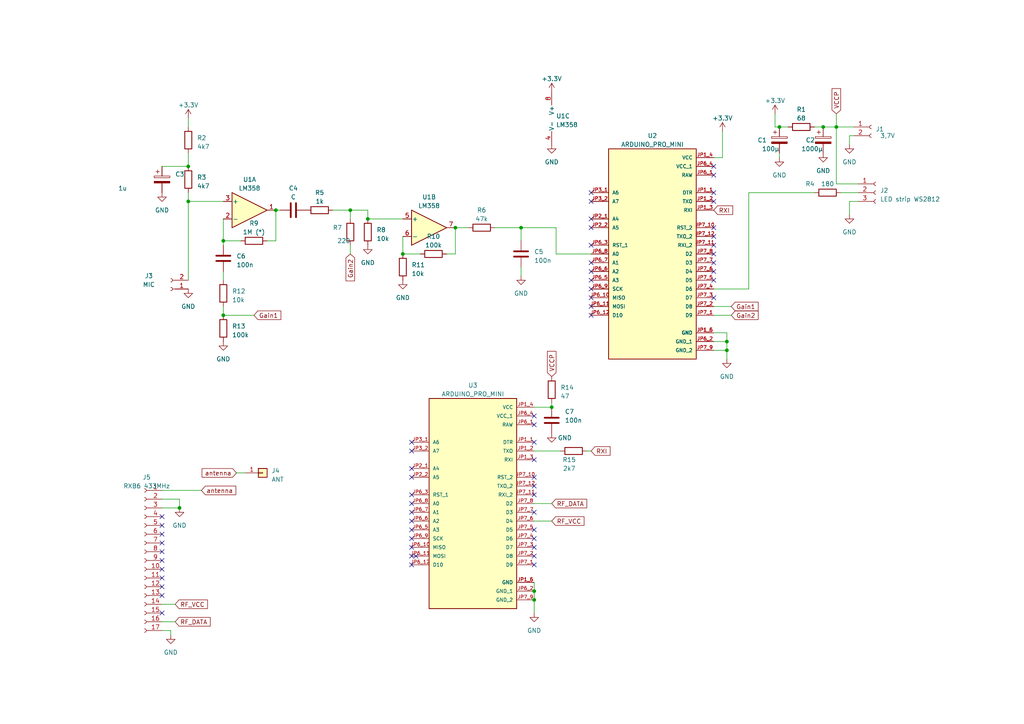
<source format=kicad_sch>
(kicad_sch (version 20230121) (generator eeschema)
  (paper "A4")
  (lib_symbols
    (symbol "ARDUINO_PRO_MINI:ARDUINO_PRO_MINI" (pin_names (offset 1.016))
      (property "Reference" "U" (at -12.7 31.75 0))
      (property "Value" "ARDUINO_PRO_MINI" (at -12.7 -33.02 0))
      (symbol "ARDUINO_PRO_MINI_0_0"
        (rectangle (start -12.7 -30.48) (end 12.7 30.48) (stroke (width 0.254)) (fill (type background)))
        (pin input line (at 17.78 17.78 180) (length 5.08) (name "DTR") (number "JP1_1"))
        (pin bidirectional line (at 17.78 15.24 180) (length 5.08) (name "TXO") (number "JP1_2"))
        (pin bidirectional line (at 17.78 12.7 180) (length 5.08) (name "RXI") (number "JP1_3"))
        (pin power_in line (at 17.78 27.94 180) (length 5.08) (name "VCC") (number "JP1_4"))
        (pin power_in line (at 17.78 -22.86 180) (length 5.08) (name "GND") (number "JP1_5"))
        (pin power_in line (at 17.78 -22.86 180) (length 5.08) (name "GND") (number "JP1_6"))
        (pin bidirectional line (at -17.78 10.16 0) (length 5.08) (name "A4") (number "JP2_1"))
        (pin bidirectional line (at -17.78 7.62 0) (length 5.08) (name "A5") (number "JP2_2"))
        (pin input line (at -17.78 17.78 0) (length 5.08) (name "A6") (number "JP3_1"))
        (pin input line (at -17.78 15.24 0) (length 5.08) (name "A7") (number "JP3_2"))
        (pin power_in line (at 17.78 22.86 180) (length 5.08) (name "RAW") (number "JP6_1"))
        (pin bidirectional line (at -17.78 -12.7 0) (length 5.08) (name "MISO") (number "JP6_10"))
        (pin bidirectional line (at -17.78 -15.24 0) (length 5.08) (name "MOSI") (number "JP6_11"))
        (pin bidirectional line (at -17.78 -17.78 0) (length 5.08) (name "D10") (number "JP6_12"))
        (pin power_in line (at 17.78 -25.4 180) (length 5.08) (name "GND_1") (number "JP6_2"))
        (pin input line (at -17.78 2.54 0) (length 5.08) (name "RST_1") (number "JP6_3"))
        (pin power_in line (at 17.78 25.4 180) (length 5.08) (name "VCC_1") (number "JP6_4"))
        (pin bidirectional line (at -17.78 -7.62 0) (length 5.08) (name "A3") (number "JP6_5"))
        (pin bidirectional line (at -17.78 -5.08 0) (length 5.08) (name "A2") (number "JP6_6"))
        (pin bidirectional line (at -17.78 -2.54 0) (length 5.08) (name "A1") (number "JP6_7"))
        (pin bidirectional line (at -17.78 0 0) (length 5.08) (name "A0") (number "JP6_8"))
        (pin bidirectional line (at -17.78 -10.16 0) (length 5.08) (name "SCK") (number "JP6_9"))
        (pin bidirectional line (at 17.78 -17.78 180) (length 5.08) (name "D9") (number "JP7_1"))
        (pin input line (at 17.78 7.62 180) (length 5.08) (name "RST_2") (number "JP7_10"))
        (pin bidirectional line (at 17.78 2.54 180) (length 5.08) (name "RXI_2") (number "JP7_11"))
        (pin bidirectional line (at 17.78 5.08 180) (length 5.08) (name "TXO_2") (number "JP7_12"))
        (pin bidirectional line (at 17.78 -15.24 180) (length 5.08) (name "D8") (number "JP7_2"))
        (pin bidirectional line (at 17.78 -12.7 180) (length 5.08) (name "D7") (number "JP7_3"))
        (pin bidirectional line (at 17.78 -10.16 180) (length 5.08) (name "D6") (number "JP7_4"))
        (pin bidirectional line (at 17.78 -7.62 180) (length 5.08) (name "D5") (number "JP7_5"))
        (pin bidirectional line (at 17.78 -5.08 180) (length 5.08) (name "D4") (number "JP7_6"))
        (pin bidirectional line (at 17.78 -2.54 180) (length 5.08) (name "D3") (number "JP7_7"))
        (pin bidirectional line (at 17.78 0 180) (length 5.08) (name "D2") (number "JP7_8"))
        (pin power_in line (at 17.78 -27.94 180) (length 5.08) (name "GND_2") (number "JP7_9"))
      )
    )
    (symbol "Amplifier_Operational:LM358" (pin_names (offset 0.127))
      (property "Reference" "U" (at 0 5.08 0))
      (property "Value" "LM358" (at 0 -5.08 0))
      (symbol "LM358_1_1"
        (polyline (pts (xy -5.08 5.08) (xy 5.08 0) (xy -5.08 -5.08) (xy -5.08 5.08)) (stroke (width 0.254)) (fill (type background)))
        (pin output line (at 7.62 0 180) (length 2.54) (name "~") (number "1"))
        (pin input line (at -7.62 -2.54 0) (length 2.54) (name "-") (number "2"))
        (pin input line (at -7.62 2.54 0) (length 2.54) (name "+") (number "3"))
      )
      (symbol "LM358_2_1"
        (polyline (pts (xy -5.08 5.08) (xy 5.08 0) (xy -5.08 -5.08) (xy -5.08 5.08)) (stroke (width 0.254)) (fill (type background)))
        (pin input line (at -7.62 2.54 0) (length 2.54) (name "+") (number "5"))
        (pin input line (at -7.62 -2.54 0) (length 2.54) (name "-") (number "6"))
        (pin output line (at 7.62 0 180) (length 2.54) (name "~") (number "7"))
      )
      (symbol "LM358_3_1"
        (pin power_in line (at -2.54 -7.62 90) (length 3.81) (name "V-") (number "4"))
        (pin power_in line (at -2.54 7.62 270) (length 3.81) (name "V+") (number "8"))
      )
    )
    (symbol "Connector:Conn_01x02_Socket" (pin_names (offset 1.016) hide)
      (property "Reference" "J" (at 0 2.54 0))
      (property "Value" "Conn_01x02_Socket" (at 0 -5.08 0))
      (symbol "Conn_01x02_Socket_1_1"
        (arc (start 0 -2.032) (mid -0.5058 -2.54) (end 0 -3.048) (stroke (width 0.1524)))
        (polyline (pts (xy -1.27 -2.54) (xy -0.508 -2.54)) (stroke (width 0.1524)))
        (polyline (pts (xy -1.27 0) (xy -0.508 0)) (stroke (width 0.1524)))
        (arc (start 0 0.508) (mid -0.5058 0) (end 0 -0.508) (stroke (width 0.1524)))
        (pin passive line (at -5.08 0 0) (length 3.81) (name "Pin_1") (number "1"))
        (pin passive line (at -5.08 -2.54 0) (length 3.81) (name "Pin_2") (number "2"))
      )
    )
    (symbol "Connector:Conn_01x03_Socket" (pin_names (offset 1.016) hide)
      (property "Reference" "J" (at 0 5.08 0))
      (property "Value" "Conn_01x03_Socket" (at 0 -5.08 0))
      (symbol "Conn_01x03_Socket_1_1"
        (arc (start 0 -2.032) (mid -0.5058 -2.54) (end 0 -3.048) (stroke (width 0.1524)))
        (polyline (pts (xy -1.27 -2.54) (xy -0.508 -2.54)) (stroke (width 0.1524)))
        (polyline (pts (xy -1.27 0) (xy -0.508 0)) (stroke (width 0.1524)))
        (polyline (pts (xy -1.27 2.54) (xy -0.508 2.54)) (stroke (width 0.1524)))
        (arc (start 0 0.508) (mid -0.5058 0) (end 0 -0.508) (stroke (width 0.1524)))
        (arc (start 0 3.048) (mid -0.5058 2.54) (end 0 2.032) (stroke (width 0.1524)))
        (pin passive line (at -5.08 2.54 0) (length 3.81) (name "Pin_1") (number "1"))
        (pin passive line (at -5.08 0 0) (length 3.81) (name "Pin_2") (number "2"))
        (pin passive line (at -5.08 -2.54 0) (length 3.81) (name "Pin_3") (number "3"))
      )
    )
    (symbol "Connector:Conn_01x17_Socket" (pin_names (offset 1.016) hide)
      (property "Reference" "J" (at 0 22.86 0))
      (property "Value" "Conn_01x17_Socket" (at 0 -22.86 0))
      (symbol "Conn_01x17_Socket_1_1"
        (arc (start 0 -19.812) (mid -0.5058 -20.32) (end 0 -20.828) (stroke (width 0.1524)))
        (arc (start 0 -17.272) (mid -0.5058 -17.78) (end 0 -18.288) (stroke (width 0.1524)))
        (arc (start 0 -14.732) (mid -0.5058 -15.24) (end 0 -15.748) (stroke (width 0.1524)))
        (arc (start 0 -12.192) (mid -0.5058 -12.7) (end 0 -13.208) (stroke (width 0.1524)))
        (arc (start 0 -9.652) (mid -0.5058 -10.16) (end 0 -10.668) (stroke (width 0.1524)))
        (arc (start 0 -7.112) (mid -0.5058 -7.62) (end 0 -8.128) (stroke (width 0.1524)))
        (arc (start 0 -4.572) (mid -0.5058 -5.08) (end 0 -5.588) (stroke (width 0.1524)))
        (arc (start 0 -2.032) (mid -0.5058 -2.54) (end 0 -3.048) (stroke (width 0.1524)))
        (polyline (pts (xy -1.27 -20.32) (xy -0.508 -20.32)) (stroke (width 0.1524)))
        (polyline (pts (xy -1.27 -17.78) (xy -0.508 -17.78)) (stroke (width 0.1524)))
        (polyline (pts (xy -1.27 -15.24) (xy -0.508 -15.24)) (stroke (width 0.1524)))
        (polyline (pts (xy -1.27 -12.7) (xy -0.508 -12.7)) (stroke (width 0.1524)))
        (polyline (pts (xy -1.27 -10.16) (xy -0.508 -10.16)) (stroke (width 0.1524)))
        (polyline (pts (xy -1.27 -7.62) (xy -0.508 -7.62)) (stroke (width 0.1524)))
        (polyline (pts (xy -1.27 -5.08) (xy -0.508 -5.08)) (stroke (width 0.1524)))
        (polyline (pts (xy -1.27 -2.54) (xy -0.508 -2.54)) (stroke (width 0.1524)))
        (polyline (pts (xy -1.27 0) (xy -0.508 0)) (stroke (width 0.1524)))
        (polyline (pts (xy -1.27 2.54) (xy -0.508 2.54)) (stroke (width 0.1524)))
        (polyline (pts (xy -1.27 5.08) (xy -0.508 5.08)) (stroke (width 0.1524)))
        (polyline (pts (xy -1.27 7.62) (xy -0.508 7.62)) (stroke (width 0.1524)))
        (polyline (pts (xy -1.27 10.16) (xy -0.508 10.16)) (stroke (width 0.1524)))
        (polyline (pts (xy -1.27 12.7) (xy -0.508 12.7)) (stroke (width 0.1524)))
        (polyline (pts (xy -1.27 15.24) (xy -0.508 15.24)) (stroke (width 0.1524)))
        (polyline (pts (xy -1.27 17.78) (xy -0.508 17.78)) (stroke (width 0.1524)))
        (polyline (pts (xy -1.27 20.32) (xy -0.508 20.32)) (stroke (width 0.1524)))
        (arc (start 0 0.508) (mid -0.5058 0) (end 0 -0.508) (stroke (width 0.1524)))
        (arc (start 0 3.048) (mid -0.5058 2.54) (end 0 2.032) (stroke (width 0.1524)))
        (arc (start 0 5.588) (mid -0.5058 5.08) (end 0 4.572) (stroke (width 0.1524)))
        (arc (start 0 8.128) (mid -0.5058 7.62) (end 0 7.112) (stroke (width 0.1524)))
        (arc (start 0 10.668) (mid -0.5058 10.16) (end 0 9.652) (stroke (width 0.1524)))
        (arc (start 0 13.208) (mid -0.5058 12.7) (end 0 12.192) (stroke (width 0.1524)))
        (arc (start 0 15.748) (mid -0.5058 15.24) (end 0 14.732) (stroke (width 0.1524)))
        (arc (start 0 18.288) (mid -0.5058 17.78) (end 0 17.272) (stroke (width 0.1524)))
        (arc (start 0 20.828) (mid -0.5058 20.32) (end 0 19.812) (stroke (width 0.1524)))
        (pin passive line (at -5.08 20.32 0) (length 3.81) (name "Pin_1") (number "1"))
        (pin passive line (at -5.08 -2.54 0) (length 3.81) (name "Pin_10") (number "10"))
        (pin passive line (at -5.08 -5.08 0) (length 3.81) (name "Pin_11") (number "11"))
        (pin passive line (at -5.08 -7.62 0) (length 3.81) (name "Pin_12") (number "12"))
        (pin passive line (at -5.08 -10.16 0) (length 3.81) (name "Pin_13") (number "13"))
        (pin passive line (at -5.08 -12.7 0) (length 3.81) (name "Pin_14") (number "14"))
        (pin passive line (at -5.08 -15.24 0) (length 3.81) (name "Pin_15") (number "15"))
        (pin passive line (at -5.08 -17.78 0) (length 3.81) (name "Pin_16") (number "16"))
        (pin passive line (at -5.08 -20.32 0) (length 3.81) (name "Pin_17") (number "17"))
        (pin passive line (at -5.08 17.78 0) (length 3.81) (name "Pin_2") (number "2"))
        (pin passive line (at -5.08 15.24 0) (length 3.81) (name "Pin_3") (number "3"))
        (pin passive line (at -5.08 12.7 0) (length 3.81) (name "Pin_4") (number "4"))
        (pin passive line (at -5.08 10.16 0) (length 3.81) (name "Pin_5") (number "5"))
        (pin passive line (at -5.08 7.62 0) (length 3.81) (name "Pin_6") (number "6"))
        (pin passive line (at -5.08 5.08 0) (length 3.81) (name "Pin_7") (number "7"))
        (pin passive line (at -5.08 2.54 0) (length 3.81) (name "Pin_8") (number "8"))
        (pin passive line (at -5.08 0 0) (length 3.81) (name "Pin_9") (number "9"))
      )
    )
    (symbol "Connector_Generic:Conn_01x01" (pin_names (offset 1.016) hide)
      (property "Reference" "J" (at 0 2.54 0))
      (property "Value" "Conn_01x01" (at 0 -2.54 0))
      (symbol "Conn_01x01_1_1"
        (rectangle (start -1.27 0.127) (end 0 -0.127) (stroke (width 0.1524)))
        (rectangle (start -1.27 1.27) (end 1.27 -1.27) (stroke (width 0.254)) (fill (type background)))
        (pin passive line (at -5.08 0 0) (length 3.81) (name "Pin_1") (number "1"))
      )
    )
    (symbol "Device:C" (pin_numbers hide) (pin_names (offset 0.254))
      (property "Reference" "C" (at 0.635 2.54 0))
      (property "Value" "C" (at 0.635 -2.54 0))
      (symbol "C_0_1"
        (polyline (pts (xy -2.032 -0.762) (xy 2.032 -0.762)) (stroke (width 0.508)))
        (polyline (pts (xy -2.032 0.762) (xy 2.032 0.762)) (stroke (width 0.508)))
      )
      (symbol "C_1_1"
        (pin passive line (at 0 3.81 270) (length 2.794) (name "~") (number "1"))
        (pin passive line (at 0 -3.81 90) (length 2.794) (name "~") (number "2"))
      )
    )
    (symbol "Device:C_Polarized" (pin_numbers hide) (pin_names (offset 0.254))
      (property "Reference" "C" (at 0.635 2.54 0))
      (property "Value" "C_Polarized" (at 0.635 -2.54 0))
      (symbol "C_Polarized_0_1"
        (rectangle (start -2.286 0.508) (end 2.286 1.016))
        (polyline (pts (xy -1.778 2.286) (xy -0.762 2.286)))
        (polyline (pts (xy -1.27 2.794) (xy -1.27 1.778)))
        (rectangle (start 2.286 -0.508) (end -2.286 -1.016) (fill (type outline)))
      )
      (symbol "C_Polarized_1_1"
        (pin passive line (at 0 3.81 270) (length 2.794) (name "~") (number "1"))
        (pin passive line (at 0 -3.81 90) (length 2.794) (name "~") (number "2"))
      )
    )
    (symbol "Device:R" (pin_numbers hide) (pin_names (offset 0))
      (property "Reference" "R" (at 2.032 0 90))
      (property "Value" "R" (at 0 0 90))
      (symbol "R_0_1"
        (rectangle (start -1.016 -2.54) (end 1.016 2.54) (stroke (width 0.254)))
      )
      (symbol "R_1_1"
        (pin passive line (at 0 3.81 270) (length 1.27) (name "~") (number "1"))
        (pin passive line (at 0 -3.81 90) (length 1.27) (name "~") (number "2"))
      )
    )
    (symbol "power:+3.3V" (power) (pin_names (offset 0))
      (property "Value" "+3.3V" (at 0 3.556 0))
      (symbol "+3.3V_0_1"
        (polyline (pts (xy -0.762 1.27) (xy 0 2.54)))
        (polyline (pts (xy 0 0) (xy 0 2.54)))
        (polyline (pts (xy 0 2.54) (xy 0.762 1.27)))
      )
      (symbol "+3.3V_1_1"
        (pin power_in line (at 0 0 90) (length 0) hide (name "+3.3V") (number "1"))
      )
    )
    (symbol "power:GND" (power) (pin_names (offset 0))
      (property "Value" "GND" (at 0 -3.81 0))
      (symbol "GND_0_1"
        (polyline (pts (xy 0 0) (xy 0 -1.27) (xy 1.27 -1.27) (xy 0 -2.54) (xy -1.27 -1.27) (xy 0 -1.27)))
      )
      (symbol "GND_1_1"
        (pin power_in line (at 0 0 270) (length 0) hide (name "GND") (number "1"))
      )
    )
  )
  (junction (at 80.01 60.96))
  (junction (at 238.76 36.83))
  (junction (at 151.13 66.04))
  (junction (at 106.68 63.5))
  (junction (at 132.08 66.04))
  (junction (at 52.07 147.32))
  (junction (at 101.6 60.96))
  (junction (at 210.82 99.06))
  (junction (at 226.06 36.83))
  (junction (at 54.61 48.26))
  (junction (at 64.77 69.85))
  (junction (at 54.61 58.42))
  (junction (at 160.02 118.11))
  (junction (at 64.77 91.44))
  (junction (at 242.57 36.83))
  (junction (at 116.84 73.66))
  (junction (at 154.94 173.99))
  (junction (at 210.82 101.6))
  (junction (at 154.94 171.45))
  (no_connect (at 154.94 153.67))
  (no_connect (at 119.38 128.27))
  (no_connect (at 154.94 138.43))
  (no_connect (at 46.99 162.56))
  (no_connect (at 171.45 88.9))
  (no_connect (at 46.99 149.86))
  (no_connect (at 46.99 160.02))
  (no_connect (at 171.45 76.2))
  (no_connect (at 119.38 161.29))
  (no_connect (at 207.01 76.2))
  (no_connect (at 154.94 120.65))
  (no_connect (at 46.99 177.8))
  (no_connect (at 119.38 151.13))
  (no_connect (at 119.38 138.43))
  (no_connect (at 119.38 163.83))
  (no_connect (at 119.38 148.59))
  (no_connect (at 207.01 73.66))
  (no_connect (at 154.94 163.83))
  (no_connect (at 154.94 143.51))
  (no_connect (at 154.94 161.29))
  (no_connect (at 171.45 63.5))
  (no_connect (at 154.94 156.21))
  (no_connect (at 154.94 133.35))
  (no_connect (at 207.01 86.36))
  (no_connect (at 119.38 130.81))
  (no_connect (at 207.01 78.74))
  (no_connect (at 154.94 158.75))
  (no_connect (at 171.45 91.44))
  (no_connect (at 207.01 68.58))
  (no_connect (at 46.99 167.64))
  (no_connect (at 171.45 66.04))
  (no_connect (at 46.99 157.48))
  (no_connect (at 119.38 156.21))
  (no_connect (at 207.01 50.8))
  (no_connect (at 46.99 154.94))
  (no_connect (at 207.01 58.42))
  (no_connect (at 171.45 86.36))
  (no_connect (at 207.01 66.04))
  (no_connect (at 207.01 71.12))
  (no_connect (at 46.99 170.18))
  (no_connect (at 207.01 55.88))
  (no_connect (at 171.45 55.88))
  (no_connect (at 207.01 48.26))
  (no_connect (at 46.99 152.4))
  (no_connect (at 154.94 123.19))
  (no_connect (at 171.45 78.74))
  (no_connect (at 171.45 83.82))
  (no_connect (at 119.38 135.89))
  (no_connect (at 119.38 153.67))
  (no_connect (at 154.94 140.97))
  (no_connect (at 119.38 146.05))
  (no_connect (at 119.38 158.75))
  (no_connect (at 171.45 58.42))
  (no_connect (at 120.65 161.29))
  (no_connect (at 171.45 81.28))
  (no_connect (at 119.38 143.51))
  (no_connect (at 154.94 148.59))
  (no_connect (at 171.45 71.12))
  (no_connect (at 46.99 172.72))
  (no_connect (at 207.01 81.28))
  (no_connect (at 46.99 165.1))
  (no_connect (at 154.94 128.27))
  (wire (pts (xy 80.01 69.85) (xy 77.47 69.85)))
  (wire (pts (xy 210.82 101.6) (xy 210.82 104.14)))
  (wire (pts (xy 238.76 36.83) (xy 242.57 36.83)))
  (wire (pts (xy 64.77 69.85) (xy 69.85 69.85)))
  (wire (pts (xy 207.01 96.52) (xy 210.82 96.52)))
  (wire (pts (xy 154.94 173.99) (xy 154.94 177.8)))
  (wire (pts (xy 54.61 58.42) (xy 64.77 58.42)))
  (wire (pts (xy 64.77 91.44) (xy 73.66 91.44)))
  (wire (pts (xy 207.01 91.44) (xy 212.09 91.44)))
  (wire (pts (xy 46.99 182.88) (xy 49.53 182.88)))
  (wire (pts (xy 96.52 60.96) (xy 101.6 60.96)))
  (wire (pts (xy 207.01 101.6) (xy 210.82 101.6)))
  (wire (pts (xy 242.57 33.02) (xy 242.57 36.83)))
  (wire (pts (xy 207.01 99.06) (xy 210.82 99.06)))
  (wire (pts (xy 242.57 36.83) (xy 242.57 53.34)))
  (wire (pts (xy 151.13 66.04) (xy 161.29 66.04)))
  (wire (pts (xy 106.68 63.5) (xy 116.84 63.5)))
  (wire (pts (xy 151.13 66.04) (xy 151.13 69.85)))
  (wire (pts (xy 101.6 71.12) (xy 101.6 73.66)))
  (wire (pts (xy 132.08 73.66) (xy 129.54 73.66)))
  (wire (pts (xy 132.08 66.04) (xy 132.08 73.66)))
  (wire (pts (xy 207.01 88.9) (xy 212.09 88.9)))
  (wire (pts (xy 80.01 60.96) (xy 81.28 60.96)))
  (wire (pts (xy 154.94 151.13) (xy 160.02 151.13)))
  (wire (pts (xy 171.45 130.81) (xy 170.18 130.81)))
  (wire (pts (xy 64.77 88.9) (xy 64.77 91.44)))
  (wire (pts (xy 46.99 142.24) (xy 58.42 142.24)))
  (wire (pts (xy 64.77 71.12) (xy 64.77 69.85)))
  (wire (pts (xy 224.79 36.83) (xy 226.06 36.83)))
  (wire (pts (xy 236.22 36.83) (xy 238.76 36.83)))
  (wire (pts (xy 154.94 171.45) (xy 154.94 173.99)))
  (wire (pts (xy 160.02 118.11) (xy 160.02 116.84)))
  (wire (pts (xy 151.13 77.47) (xy 151.13 80.01)))
  (wire (pts (xy 242.57 53.34) (xy 248.92 53.34)))
  (wire (pts (xy 106.68 60.96) (xy 106.68 63.5)))
  (wire (pts (xy 247.65 39.37) (xy 246.38 39.37)))
  (wire (pts (xy 52.07 144.78) (xy 52.07 147.32)))
  (wire (pts (xy 154.94 130.81) (xy 162.56 130.81)))
  (wire (pts (xy 54.61 34.29) (xy 54.61 36.83)))
  (wire (pts (xy 132.08 66.04) (xy 135.89 66.04)))
  (wire (pts (xy 246.38 58.42) (xy 246.38 62.23)))
  (wire (pts (xy 46.99 147.32) (xy 52.07 147.32)))
  (wire (pts (xy 68.58 137.16) (xy 71.12 137.16)))
  (wire (pts (xy 46.99 175.26) (xy 50.8 175.26)))
  (wire (pts (xy 54.61 44.45) (xy 54.61 48.26)))
  (wire (pts (xy 80.01 60.96) (xy 80.01 69.85)))
  (wire (pts (xy 248.92 58.42) (xy 246.38 58.42)))
  (wire (pts (xy 154.94 146.05) (xy 160.02 146.05)))
  (wire (pts (xy 101.6 60.96) (xy 106.68 60.96)))
  (wire (pts (xy 217.17 55.88) (xy 217.17 83.82)))
  (wire (pts (xy 246.38 39.37) (xy 246.38 41.91)))
  (wire (pts (xy 54.61 58.42) (xy 54.61 81.28)))
  (wire (pts (xy 101.6 60.96) (xy 101.6 63.5)))
  (wire (pts (xy 224.79 33.02) (xy 224.79 36.83)))
  (wire (pts (xy 46.99 144.78) (xy 52.07 144.78)))
  (wire (pts (xy 154.94 168.91) (xy 154.94 171.45)))
  (wire (pts (xy 243.84 55.88) (xy 248.92 55.88)))
  (wire (pts (xy 64.77 63.5) (xy 64.77 69.85)))
  (wire (pts (xy 247.65 36.83) (xy 242.57 36.83)))
  (wire (pts (xy 54.61 55.88) (xy 54.61 58.42)))
  (wire (pts (xy 161.29 73.66) (xy 171.45 73.66)))
  (wire (pts (xy 46.99 48.26) (xy 54.61 48.26)))
  (wire (pts (xy 236.22 55.88) (xy 217.17 55.88)))
  (wire (pts (xy 154.94 118.11) (xy 160.02 118.11)))
  (wire (pts (xy 161.29 66.04) (xy 161.29 73.66)))
  (wire (pts (xy 143.51 66.04) (xy 151.13 66.04)))
  (wire (pts (xy 116.84 68.58) (xy 116.84 73.66)))
  (wire (pts (xy 64.77 78.74) (xy 64.77 81.28)))
  (wire (pts (xy 226.06 36.83) (xy 228.6 36.83)))
  (wire (pts (xy 210.82 96.52) (xy 210.82 99.06)))
  (wire (pts (xy 49.53 182.88) (xy 49.53 184.15)))
  (wire (pts (xy 226.06 44.45) (xy 226.06 45.72)))
  (wire (pts (xy 116.84 73.66) (xy 121.92 73.66)))
  (wire (pts (xy 209.55 45.72) (xy 209.55 38.1)))
  (wire (pts (xy 210.82 99.06) (xy 210.82 101.6)))
  (wire (pts (xy 46.99 180.34) (xy 50.8 180.34)))
  (wire (pts (xy 217.17 83.82) (xy 207.01 83.82)))
  (wire (pts (xy 207.01 45.72) (xy 209.55 45.72)))
  (global_label "Gain2" (shape input) (at 101.6 73.66 270) (property "Intersheetrefs" "${INTERSHEET_REFS}" (effects hide)))
  (global_label "antenna" (shape input) (at 68.58 137.16 180) (property "Intersheetrefs" "${INTERSHEET_REFS}" (effects hide)))
  (global_label "RF_VCC" (shape input) (at 50.8 175.26 0) (property "Intersheetrefs" "${INTERSHEET_REFS}" (effects hide)))
  (global_label "VCCP" (shape input) (at 160.02 109.22 90) (property "Intersheetrefs" "${INTERSHEET_REFS}" (effects hide)))
  (global_label "Gain1" (shape input) (at 212.09 88.9 0) (property "Intersheetrefs" "${INTERSHEET_REFS}" (effects hide)))
  (global_label "RXI" (shape input) (at 171.45 130.81 0) (property "Intersheetrefs" "${INTERSHEET_REFS}" (effects hide)))
  (global_label "antenna" (shape input) (at 58.42 142.24 0) (property "Intersheetrefs" "${INTERSHEET_REFS}" (effects hide)))
  (global_label "RF_DATA" (shape input) (at 50.8 180.34 0) (property "Intersheetrefs" "${INTERSHEET_REFS}" (effects hide)))
  (global_label "RXI" (shape input) (at 207.01 60.96 0) (property "Intersheetrefs" "${INTERSHEET_REFS}" (effects hide)))
  (global_label "VCCP" (shape input) (at 242.57 33.02 90) (property "Intersheetrefs" "${INTERSHEET_REFS}" (effects hide)))
  (global_label "Gain2" (shape input) (at 212.09 91.44 0) (property "Intersheetrefs" "${INTERSHEET_REFS}" (effects hide)))
  (global_label "RF_VCC" (shape input) (at 160.02 151.13 0) (property "Intersheetrefs" "${INTERSHEET_REFS}" (effects hide)))
  (global_label "Gain1" (shape input) (at 73.66 91.44 0) (property "Intersheetrefs" "${INTERSHEET_REFS}" (effects hide)))
  (global_label "RF_DATA" (shape input) (at 160.02 146.05 0) (property "Intersheetrefs" "${INTERSHEET_REFS}" (effects hide)))
  (symbol (lib_id "power:+3.3V") (at 54.61 34.29 0) (unit 1)
    (property "Reference" "#PWR020" (effects hide))
    (property "Value" "+3.3V" (at 54.61 30.48 0))
  )
  (symbol (lib_id "Device:R") (at 64.77 95.25 180) (unit 1)
    (property "Reference" "R13" (at 67.31 94.615 0) (effects (justify right)))
    (property "Value" "100k" (at 67.31 97.155 0) (effects (justify right)))
    (property "Footprint" "Resistor_SMD:R_1206_3216Metric_Pad1.30x1.75mm_HandSolder" (effects hide))
  )
  (symbol (lib_id "Device:R") (at 101.6 67.31 180) (unit 1)
    (property "Reference" "R7" (at 96.52 66.04 0) (effects (justify right)))
    (property "Value" "220" (at 97.79 69.85 0) (effects (justify right)))
    (property "Footprint" "Resistor_SMD:R_1206_3216Metric_Pad1.30x1.75mm_HandSolder" (effects hide))
  )
  (symbol (lib_id "power:GND") (at 160.02 41.91 0) (unit 1)
    (property "Reference" "#PWR04" (effects hide))
    (property "Value" "GND" (at 160.02 46.99 0))
  )
  (symbol (lib_id "Device:R") (at 116.84 77.47 180) (unit 1)
    (property "Reference" "R11" (at 119.38 76.835 0) (effects (justify right)))
    (property "Value" "10k" (at 119.38 79.375 0) (effects (justify right)))
    (property "Footprint" "Resistor_SMD:R_1206_3216Metric_Pad1.30x1.75mm_HandSolder" (effects hide))
  )
  (symbol (lib_id "Device:R") (at 73.66 69.85 90) (unit 1)
    (property "Reference" "R9" (at 73.66 64.77 90))
    (property "Value" "1M (*)" (at 73.66 67.31 90))
    (property "Footprint" "Resistor_SMD:R_1206_3216Metric_Pad1.30x1.75mm_HandSolder" (effects hide))
  )
  (symbol (lib_id "power:GND") (at 151.13 80.01 0) (unit 1)
    (property "Reference" "#PWR011" (effects hide))
    (property "Value" "GND" (at 151.13 85.09 0))
  )
  (symbol (lib_id "Device:C") (at 151.13 73.66 0) (unit 1)
    (property "Reference" "C5" (at 154.94 73.025 0) (effects (justify left)))
    (property "Value" "100n" (at 154.94 75.565 0) (effects (justify left)))
    (property "Footprint" "Capacitor_SMD:C_1206_3216Metric" (effects hide))
  )
  (symbol (lib_id "power:GND") (at 246.38 41.91 0) (unit 1)
    (property "Reference" "#PWR05" (effects hide))
    (property "Value" "GND" (at 246.38 46.99 0))
  )
  (symbol (lib_id "power:GND") (at 210.82 104.14 0) (unit 1)
    (property "Reference" "#PWR015" (effects hide))
    (property "Value" "GND" (at 210.82 109.22 0))
  )
  (symbol (lib_id "Device:C") (at 160.02 121.92 0) (unit 1)
    (property "Reference" "C7" (at 163.83 119.38 0) (effects (justify left)))
    (property "Value" "100n" (at 163.83 121.92 0) (effects (justify left)))
    (property "Footprint" "Capacitor_SMD:C_1206_3216Metric" (effects hide))
  )
  (symbol (lib_id "Amplifier_Operational:LM358") (at 72.39 60.96 0) (unit 1)
    (property "Reference" "U1" (at 72.39 52.07 0))
    (property "Value" "LM358" (at 72.39 54.61 0))
    (property "Footprint" "Package_DIP:DIP-8_W7.62mm" (effects hide))
    (property "Datasheet" "http://www.ti.com/lit/ds/symlink/lm2904-n.pdf" (effects hide))
  )
  (symbol (lib_id "power:GND") (at 226.06 45.72 0) (unit 1)
    (property "Reference" "#PWR07" (effects hide))
    (property "Value" "GND" (at 226.06 50.8 0))
  )
  (symbol (lib_id "Connector:Conn_01x17_Socket") (at 41.91 162.56 0) (mirror y) (unit 1)
    (property "Reference" "J5" (at 42.545 138.43 0))
    (property "Value" "RXB6 433MHz" (at 42.545 140.97 0))
    (property "Footprint" "Connector_PinHeader_2.54mm:PinHeader_1x17_P2.54mm_Vertical" (effects hide))
  )
  (symbol (lib_id "Device:C_Polarized") (at 46.99 52.07 0) (unit 1)
    (property "Reference" "C3" (at 50.8 50.546 0) (effects (justify left)))
    (property "Value" "1u" (at 34.29 54.61 0) (effects (justify left)))
    (property "Footprint" "Capacitor_THT:CP_Radial_D5.0mm_P2.50mm" (effects hide))
  )
  (symbol (lib_id "Device:C") (at 64.77 74.93 0) (unit 1)
    (property "Reference" "C6" (at 68.58 74.295 0) (effects (justify left)))
    (property "Value" "100n" (at 68.58 76.835 0) (effects (justify left)))
    (property "Footprint" "Capacitor_SMD:C_1206_3216Metric" (effects hide))
  )
  (symbol (lib_id "power:GND") (at 52.07 147.32 0) (unit 1)
    (property "Reference" "#PWR017" (effects hide))
    (property "Value" "GND" (at 52.07 152.4 0))
  )
  (symbol (lib_id "ARDUINO_PRO_MINI:ARDUINO_PRO_MINI") (at 189.23 73.66 0) (unit 1)
    (property "Reference" "U2" (at 189.23 39.37 0))
    (property "Value" "ARDUINO_PRO_MINI" (at 189.23 41.91 0))
    (property "Footprint" "ARDUINO_PRO_MINI:MODULE_ARDUINO_PRO_MINI" (effects hide))
    (property "PARTREV" "N/A" (effects hide))
    (property "MANUFACTURER" "SparkFun Electronics" (effects hide))
    (property "MAXIMUM_PACKAGE_HEIGHT" "N/A" (effects hide))
    (property "STANDARD" "Manufacturer Recommendations" (effects hide))
  )
  (symbol (lib_id "power:GND") (at 49.53 184.15 0) (unit 1)
    (property "Reference" "#PWR019" (effects hide))
    (property "Value" "GND" (at 49.53 189.23 0))
  )
  (symbol (lib_id "Device:R") (at 64.77 85.09 180) (unit 1)
    (property "Reference" "R12" (at 67.31 84.455 0) (effects (justify right)))
    (property "Value" "10k" (at 67.31 86.995 0) (effects (justify right)))
    (property "Footprint" "Resistor_SMD:R_1206_3216Metric_Pad1.30x1.75mm_HandSolder" (effects hide))
  )
  (symbol (lib_id "Connector:Conn_01x02_Socket") (at 252.73 36.83 0) (unit 1)
    (property "Reference" "J1" (at 254 37.465 0) (effects (justify left)))
    (property "Value" "3,7V" (at 255.27 39.37 0) (effects (justify left)))
    (property "Footprint" "Connector_PinHeader_2.54mm:PinHeader_1x02_P2.54mm_Vertical" (effects hide))
  )
  (symbol (lib_id "power:GND") (at 160.02 125.73 0) (unit 1)
    (property "Reference" "#PWR016" (effects hide))
    (property "Value" "GND" (at 163.83 127 0))
  )
  (symbol (lib_id "Device:C") (at 85.09 60.96 90) (unit 1)
    (property "Reference" "C4" (at 85.09 54.61 90))
    (property "Value" "C" (at 85.09 57.15 90))
    (property "Footprint" "Capacitor_SMD:C_1206_3216Metric" (effects hide))
  )
  (symbol (lib_id "power:GND") (at 154.94 177.8 0) (unit 1)
    (property "Reference" "#PWR018" (effects hide))
    (property "Value" "GND" (at 154.94 182.88 0))
  )
  (symbol (lib_id "Connector_Generic:Conn_01x01") (at 76.2 137.16 0) (unit 1)
    (property "Reference" "J4" (at 78.74 136.525 0) (effects (justify left)))
    (property "Value" "ANT" (at 78.74 139.065 0) (effects (justify left)))
    (property "Footprint" "Connector_Pin:Pin_D0.7mm_L6.5mm_W1.8mm_FlatFork" (effects hide))
  )
  (symbol (lib_id "Device:R") (at 106.68 67.31 180) (unit 1)
    (property "Reference" "R8" (at 109.22 66.675 0) (effects (justify right)))
    (property "Value" "10k" (at 109.22 69.215 0) (effects (justify right)))
    (property "Footprint" "Resistor_SMD:R_1206_3216Metric_Pad1.30x1.75mm_HandSolder" (effects hide))
  )
  (symbol (lib_id "Device:R") (at 139.7 66.04 90) (unit 1)
    (property "Reference" "R6" (at 139.7 60.96 90))
    (property "Value" "47k" (at 139.7 63.5 90))
    (property "Footprint" "Resistor_SMD:R_1206_3216Metric_Pad1.30x1.75mm_HandSolder" (effects hide))
  )
  (symbol (lib_id "power:+3.3V") (at 160.02 26.67 0) (unit 1)
    (property "Reference" "#PWR01" (effects hide))
    (property "Value" "+3.3V" (at 160.02 22.86 0))
  )
  (symbol (lib_id "power:GND") (at 54.61 83.82 0) (unit 1)
    (property "Reference" "#PWR013" (effects hide))
    (property "Value" "GND" (at 54.61 88.9 0))
  )
  (symbol (lib_id "Device:R") (at 54.61 40.64 180) (unit 1)
    (property "Reference" "R2" (at 57.15 40.005 0) (effects (justify right)))
    (property "Value" "4k7" (at 57.15 42.545 0) (effects (justify right)))
    (property "Footprint" "Resistor_SMD:R_1206_3216Metric_Pad1.30x1.75mm_HandSolder" (effects hide))
  )
  (symbol (lib_id "Device:R") (at 54.61 52.07 180) (unit 1)
    (property "Reference" "R3" (at 57.15 51.435 0) (effects (justify right)))
    (property "Value" "4k7" (at 57.15 53.975 0) (effects (justify right)))
    (property "Footprint" "Resistor_SMD:R_1206_3216Metric_Pad1.30x1.75mm_HandSolder" (effects hide))
  )
  (symbol (lib_id "Device:R") (at 232.41 36.83 90) (unit 1)
    (property "Reference" "R1" (at 232.41 31.75 90))
    (property "Value" "68" (at 232.41 34.29 90))
    (property "Footprint" "Resistor_SMD:R_1206_3216Metric_Pad1.30x1.75mm_HandSolder" (effects hide))
  )
  (symbol (lib_id "ARDUINO_PRO_MINI:ARDUINO_PRO_MINI") (at 137.16 146.05 0) (unit 1)
    (property "Reference" "U3" (at 137.16 111.76 0))
    (property "Value" "ARDUINO_PRO_MINI" (at 137.16 114.3 0))
    (property "Footprint" "ARDUINO_PRO_MINI:MODULE_ARDUINO_PRO_MINI" (effects hide))
    (property "PARTREV" "N/A" (effects hide))
    (property "MANUFACTURER" "SparkFun Electronics" (effects hide))
    (property "MAXIMUM_PACKAGE_HEIGHT" "N/A" (effects hide))
    (property "STANDARD" "Manufacturer Recommendations" (effects hide))
  )
  (symbol (lib_id "power:+3.3V") (at 224.79 33.02 0) (unit 1)
    (property "Reference" "#PWR02" (effects hide))
    (property "Value" "+3.3V" (at 224.79 29.21 0))
  )
  (symbol (lib_id "Device:R") (at 240.03 55.88 90) (unit 1)
    (property "Reference" "R4" (at 234.95 53.34 90))
    (property "Value" "180" (at 240.03 53.34 90))
    (property "Footprint" "Resistor_SMD:R_1206_3216Metric_Pad1.30x1.75mm_HandSolder" (effects hide))
  )
  (symbol (lib_id "Connector:Conn_01x02_Socket") (at 49.53 83.82 180) (unit 1)
    (property "Reference" "J3" (at 43.18 80.01 0))
    (property "Value" "MIC" (at 43.18 82.55 0))
    (property "Footprint" "Connector_PinHeader_2.54mm:PinHeader_1x02_P2.54mm_Vertical" (effects hide))
  )
  (symbol (lib_id "power:GND") (at 46.99 55.88 0) (unit 1)
    (property "Reference" "#PWR08" (effects hide))
    (property "Value" "GND" (at 46.99 60.96 0))
  )
  (symbol (lib_id "Device:R") (at 160.02 113.03 180) (unit 1)
    (property "Reference" "R14" (at 162.56 112.395 0) (effects (justify right)))
    (property "Value" "47" (at 162.56 114.935 0) (effects (justify right)))
    (property "Footprint" "Resistor_SMD:R_1206_3216Metric_Pad1.30x1.75mm_HandSolder" (effects hide))
  )
  (symbol (lib_id "power:GND") (at 64.77 99.06 0) (unit 1)
    (property "Reference" "#PWR014" (effects hide))
    (property "Value" "GND" (at 64.77 104.14 0))
  )
  (symbol (lib_id "power:GND") (at 238.76 44.45 0) (unit 1)
    (property "Reference" "#PWR06" (effects hide))
    (property "Value" "GND" (at 238.76 49.53 0))
  )
  (symbol (lib_id "Connector:Conn_01x03_Socket") (at 254 55.88 0) (unit 1)
    (property "Reference" "J2" (at 255.27 55.245 0) (effects (justify left)))
    (property "Value" "LED strip WS2812" (at 255.27 57.785 0) (effects (justify left)))
    (property "Footprint" "Connector_PinHeader_2.54mm:PinHeader_1x03_P2.54mm_Vertical" (effects hide))
  )
  (symbol (lib_id "Amplifier_Operational:LM358") (at 162.56 34.29 0) (unit 3)
    (property "Reference" "U1" (at 161.29 33.655 0) (effects (justify left)))
    (property "Value" "LM358" (at 161.29 36.195 0) (effects (justify left)))
    (property "Footprint" "Package_DIP:DIP-8_W7.62mm" (effects hide))
    (property "Datasheet" "http://www.ti.com/lit/ds/symlink/lm2904-n.pdf" (effects hide))
  )
  (symbol (lib_id "Device:R") (at 125.73 73.66 90) (unit 1)
    (property "Reference" "R10" (at 125.73 68.58 90))
    (property "Value" "100k" (at 125.73 71.12 90))
    (property "Footprint" "Resistor_SMD:R_1206_3216Metric_Pad1.30x1.75mm_HandSolder" (effects hide))
  )
  (symbol (lib_id "Device:C_Polarized") (at 226.06 40.64 0) (unit 1)
    (property "Reference" "C1" (at 219.71 40.64 0) (effects (justify left)))
    (property "Value" "100µ" (at 220.98 43.18 0) (effects (justify left)))
    (property "Footprint" "Capacitor_THT:CP_Radial_D5.0mm_P2.50mm" (effects hide))
  )
  (symbol (lib_id "power:+3.3V") (at 209.55 38.1 0) (unit 1)
    (property "Reference" "#PWR03" (effects hide))
    (property "Value" "+3.3V" (at 209.55 34.29 0))
  )
  (symbol (lib_id "Amplifier_Operational:LM358") (at 124.46 66.04 0) (unit 2)
    (property "Reference" "U1" (at 124.46 57.15 0))
    (property "Value" "LM358" (at 124.46 59.69 0))
    (property "Footprint" "Package_DIP:DIP-8_W7.62mm" (effects hide))
    (property "Datasheet" "http://www.ti.com/lit/ds/symlink/lm2904-n.pdf" (effects hide))
  )
  (symbol (lib_id "power:GND") (at 106.68 71.12 0) (unit 1)
    (property "Reference" "#PWR010" (effects hide))
    (property "Value" "GND" (at 106.68 76.2 0))
  )
  (symbol (lib_id "Device:C_Polarized") (at 238.76 40.64 0) (unit 1)
    (property "Reference" "C2" (at 233.68 40.64 0) (effects (justify left)))
    (property "Value" "1000µ" (at 232.41 43.18 0) (effects (justify left)))
    (property "Footprint" "Capacitor_THT:CP_Radial_D5.0mm_P2.50mm" (effects hide))
  )
  (symbol (lib_id "Device:R") (at 92.71 60.96 270) (unit 1)
    (property "Reference" "R5" (at 92.71 55.88 90))
    (property "Value" "1k" (at 92.71 58.42 90))
    (property "Footprint" "Resistor_SMD:R_1206_3216Metric_Pad1.30x1.75mm_HandSolder" (effects hide))
  )
  (symbol (lib_id "Device:R") (at 166.37 130.81 90) (unit 1)
    (property "Reference" "R15" (at 165.1 133.35 90))
    (property "Value" "2k7" (at 165.1 135.89 90))
    (property "Footprint" "Resistor_SMD:R_1206_3216Metric_Pad1.30x1.75mm_HandSolder" (effects hide))
  )
  (symbol (lib_id "power:GND") (at 246.38 62.23 0) (unit 1)
    (property "Reference" "#PWR09" (effects hide))
    (property "Value" "GND" (at 246.38 67.31 0))
  )
  (symbol (lib_id "power:GND") (at 116.84 81.28 0) (unit 1)
    (property "Reference" "#PWR012" (effects hide))
    (property "Value" "GND" (at 116.84 86.36 0))
  )
)
</source>
